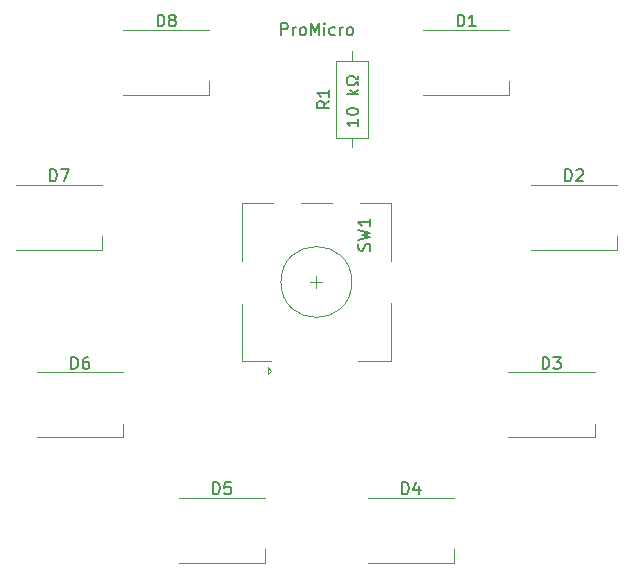
<source format=gbr>
%TF.GenerationSoftware,KiCad,Pcbnew,(5.1.10)-1*%
%TF.CreationDate,2021-11-28T19:12:49+01:00*%
%TF.ProjectId,VolumeKnob,566f6c75-6d65-44b6-9e6f-622e6b696361,rev?*%
%TF.SameCoordinates,Original*%
%TF.FileFunction,Legend,Top*%
%TF.FilePolarity,Positive*%
%FSLAX46Y46*%
G04 Gerber Fmt 4.6, Leading zero omitted, Abs format (unit mm)*
G04 Created by KiCad (PCBNEW (5.1.10)-1) date 2021-11-28 19:12:49*
%MOMM*%
%LPD*%
G01*
G04 APERTURE LIST*
%ADD10C,0.120000*%
%ADD11C,0.150000*%
G04 APERTURE END LIST*
D10*
%TO.C,SW1*%
X101930000Y-94230000D02*
G75*
G03*
X101930000Y-94230000I-3000000J0D01*
G01*
X92630000Y-92430000D02*
X92630000Y-87530000D01*
X105230000Y-87530000D02*
X105230000Y-92430000D01*
X105230000Y-96030000D02*
X105230000Y-100930000D01*
X105230000Y-100930000D02*
X102430000Y-100930000D01*
X92630000Y-96130000D02*
X92630000Y-100930000D01*
X92630000Y-100930000D02*
X95130000Y-100930000D01*
X95130000Y-101730000D02*
X94830000Y-102030000D01*
X94830000Y-102030000D02*
X94830000Y-101430000D01*
X94830000Y-101430000D02*
X95130000Y-101730000D01*
X92630000Y-87530000D02*
X95230000Y-87530000D01*
X97630000Y-87530000D02*
X100230000Y-87530000D01*
X102630000Y-87530000D02*
X105230000Y-87530000D01*
X98430000Y-94230000D02*
X99430000Y-94230000D01*
X98930000Y-94730000D02*
X98930000Y-93730000D01*
%TO.C,D8*%
X82580000Y-72880000D02*
X89880000Y-72880000D01*
X82580000Y-78380000D02*
X89880000Y-78380000D01*
X89880000Y-78380000D02*
X89880000Y-77230000D01*
%TO.C,R1*%
X100560000Y-82020000D02*
X103300000Y-82020000D01*
X103300000Y-82020000D02*
X103300000Y-75480000D01*
X103300000Y-75480000D02*
X100560000Y-75480000D01*
X100560000Y-75480000D02*
X100560000Y-82020000D01*
X101930000Y-82790000D02*
X101930000Y-82020000D01*
X101930000Y-74710000D02*
X101930000Y-75480000D01*
%TO.C,D7*%
X73480000Y-85980000D02*
X80780000Y-85980000D01*
X73480000Y-91480000D02*
X80780000Y-91480000D01*
X80780000Y-91480000D02*
X80780000Y-90330000D01*
%TO.C,D6*%
X75280000Y-101880000D02*
X82580000Y-101880000D01*
X75280000Y-107380000D02*
X82580000Y-107380000D01*
X82580000Y-107380000D02*
X82580000Y-106230000D01*
%TO.C,D5*%
X87280000Y-112480000D02*
X94580000Y-112480000D01*
X87280000Y-117980000D02*
X94580000Y-117980000D01*
X94580000Y-117980000D02*
X94580000Y-116830000D01*
%TO.C,D4*%
X103280000Y-112480000D02*
X110580000Y-112480000D01*
X103280000Y-117980000D02*
X110580000Y-117980000D01*
X110580000Y-117980000D02*
X110580000Y-116830000D01*
%TO.C,D3*%
X115180000Y-101880000D02*
X122480000Y-101880000D01*
X115180000Y-107380000D02*
X122480000Y-107380000D01*
X122480000Y-107380000D02*
X122480000Y-106230000D01*
%TO.C,D2*%
X117080000Y-85980000D02*
X124380000Y-85980000D01*
X117080000Y-91480000D02*
X124380000Y-91480000D01*
X124380000Y-91480000D02*
X124380000Y-90330000D01*
%TO.C,D1*%
X107980000Y-72880000D02*
X115280000Y-72880000D01*
X107980000Y-78380000D02*
X115280000Y-78380000D01*
X115280000Y-78380000D02*
X115280000Y-77230000D01*
%TO.C,SW1*%
D11*
X103434761Y-91563333D02*
X103482380Y-91420476D01*
X103482380Y-91182380D01*
X103434761Y-91087142D01*
X103387142Y-91039523D01*
X103291904Y-90991904D01*
X103196666Y-90991904D01*
X103101428Y-91039523D01*
X103053809Y-91087142D01*
X103006190Y-91182380D01*
X102958571Y-91372857D01*
X102910952Y-91468095D01*
X102863333Y-91515714D01*
X102768095Y-91563333D01*
X102672857Y-91563333D01*
X102577619Y-91515714D01*
X102530000Y-91468095D01*
X102482380Y-91372857D01*
X102482380Y-91134761D01*
X102530000Y-90991904D01*
X102482380Y-90658571D02*
X103482380Y-90420476D01*
X102768095Y-90230000D01*
X103482380Y-90039523D01*
X102482380Y-89801428D01*
X103482380Y-88896666D02*
X103482380Y-89468095D01*
X103482380Y-89182380D02*
X102482380Y-89182380D01*
X102625238Y-89277619D01*
X102720476Y-89372857D01*
X102768095Y-89468095D01*
%TO.C,D8*%
X85491904Y-72582380D02*
X85491904Y-71582380D01*
X85730000Y-71582380D01*
X85872857Y-71630000D01*
X85968095Y-71725238D01*
X86015714Y-71820476D01*
X86063333Y-72010952D01*
X86063333Y-72153809D01*
X86015714Y-72344285D01*
X85968095Y-72439523D01*
X85872857Y-72534761D01*
X85730000Y-72582380D01*
X85491904Y-72582380D01*
X86634761Y-72010952D02*
X86539523Y-71963333D01*
X86491904Y-71915714D01*
X86444285Y-71820476D01*
X86444285Y-71772857D01*
X86491904Y-71677619D01*
X86539523Y-71630000D01*
X86634761Y-71582380D01*
X86825238Y-71582380D01*
X86920476Y-71630000D01*
X86968095Y-71677619D01*
X87015714Y-71772857D01*
X87015714Y-71820476D01*
X86968095Y-71915714D01*
X86920476Y-71963333D01*
X86825238Y-72010952D01*
X86634761Y-72010952D01*
X86539523Y-72058571D01*
X86491904Y-72106190D01*
X86444285Y-72201428D01*
X86444285Y-72391904D01*
X86491904Y-72487142D01*
X86539523Y-72534761D01*
X86634761Y-72582380D01*
X86825238Y-72582380D01*
X86920476Y-72534761D01*
X86968095Y-72487142D01*
X87015714Y-72391904D01*
X87015714Y-72201428D01*
X86968095Y-72106190D01*
X86920476Y-72058571D01*
X86825238Y-72010952D01*
%TO.C,R1*%
X100012380Y-78916666D02*
X99536190Y-79250000D01*
X100012380Y-79488095D02*
X99012380Y-79488095D01*
X99012380Y-79107142D01*
X99060000Y-79011904D01*
X99107619Y-78964285D01*
X99202857Y-78916666D01*
X99345714Y-78916666D01*
X99440952Y-78964285D01*
X99488571Y-79011904D01*
X99536190Y-79107142D01*
X99536190Y-79488095D01*
X100012380Y-77964285D02*
X100012380Y-78535714D01*
X100012380Y-78250000D02*
X99012380Y-78250000D01*
X99155238Y-78345238D01*
X99250476Y-78440476D01*
X99298095Y-78535714D01*
X102482380Y-80468571D02*
X102482380Y-81040000D01*
X102482380Y-80754285D02*
X101482380Y-80754285D01*
X101625238Y-80849523D01*
X101720476Y-80944761D01*
X101768095Y-81040000D01*
X101482380Y-79849523D02*
X101482380Y-79754285D01*
X101530000Y-79659047D01*
X101577619Y-79611428D01*
X101672857Y-79563809D01*
X101863333Y-79516190D01*
X102101428Y-79516190D01*
X102291904Y-79563809D01*
X102387142Y-79611428D01*
X102434761Y-79659047D01*
X102482380Y-79754285D01*
X102482380Y-79849523D01*
X102434761Y-79944761D01*
X102387142Y-79992380D01*
X102291904Y-80040000D01*
X102101428Y-80087619D01*
X101863333Y-80087619D01*
X101672857Y-80040000D01*
X101577619Y-79992380D01*
X101530000Y-79944761D01*
X101482380Y-79849523D01*
X102482380Y-78325714D02*
X101482380Y-78325714D01*
X102101428Y-78230476D02*
X102482380Y-77944761D01*
X101815714Y-77944761D02*
X102196666Y-78325714D01*
X102482380Y-77563809D02*
X102482380Y-77325714D01*
X102291904Y-77325714D01*
X102244285Y-77420952D01*
X102149047Y-77516190D01*
X102006190Y-77563809D01*
X101768095Y-77563809D01*
X101625238Y-77516190D01*
X101530000Y-77420952D01*
X101482380Y-77278095D01*
X101482380Y-77087619D01*
X101530000Y-76944761D01*
X101625238Y-76849523D01*
X101768095Y-76801904D01*
X102006190Y-76801904D01*
X102149047Y-76849523D01*
X102244285Y-76944761D01*
X102291904Y-77040000D01*
X102482380Y-77040000D01*
X102482380Y-76801904D01*
%TO.C,U1*%
X95936190Y-73322380D02*
X95936190Y-72322380D01*
X96317142Y-72322380D01*
X96412380Y-72370000D01*
X96460000Y-72417619D01*
X96507619Y-72512857D01*
X96507619Y-72655714D01*
X96460000Y-72750952D01*
X96412380Y-72798571D01*
X96317142Y-72846190D01*
X95936190Y-72846190D01*
X96936190Y-73322380D02*
X96936190Y-72655714D01*
X96936190Y-72846190D02*
X96983809Y-72750952D01*
X97031428Y-72703333D01*
X97126666Y-72655714D01*
X97221904Y-72655714D01*
X97698095Y-73322380D02*
X97602857Y-73274761D01*
X97555238Y-73227142D01*
X97507619Y-73131904D01*
X97507619Y-72846190D01*
X97555238Y-72750952D01*
X97602857Y-72703333D01*
X97698095Y-72655714D01*
X97840952Y-72655714D01*
X97936190Y-72703333D01*
X97983809Y-72750952D01*
X98031428Y-72846190D01*
X98031428Y-73131904D01*
X97983809Y-73227142D01*
X97936190Y-73274761D01*
X97840952Y-73322380D01*
X97698095Y-73322380D01*
X98460000Y-73322380D02*
X98460000Y-72322380D01*
X98793333Y-73036666D01*
X99126666Y-72322380D01*
X99126666Y-73322380D01*
X99602857Y-73322380D02*
X99602857Y-72655714D01*
X99602857Y-72322380D02*
X99555238Y-72370000D01*
X99602857Y-72417619D01*
X99650476Y-72370000D01*
X99602857Y-72322380D01*
X99602857Y-72417619D01*
X100507619Y-73274761D02*
X100412380Y-73322380D01*
X100221904Y-73322380D01*
X100126666Y-73274761D01*
X100079047Y-73227142D01*
X100031428Y-73131904D01*
X100031428Y-72846190D01*
X100079047Y-72750952D01*
X100126666Y-72703333D01*
X100221904Y-72655714D01*
X100412380Y-72655714D01*
X100507619Y-72703333D01*
X100936190Y-73322380D02*
X100936190Y-72655714D01*
X100936190Y-72846190D02*
X100983809Y-72750952D01*
X101031428Y-72703333D01*
X101126666Y-72655714D01*
X101221904Y-72655714D01*
X101698095Y-73322380D02*
X101602857Y-73274761D01*
X101555238Y-73227142D01*
X101507619Y-73131904D01*
X101507619Y-72846190D01*
X101555238Y-72750952D01*
X101602857Y-72703333D01*
X101698095Y-72655714D01*
X101840952Y-72655714D01*
X101936190Y-72703333D01*
X101983809Y-72750952D01*
X102031428Y-72846190D01*
X102031428Y-73131904D01*
X101983809Y-73227142D01*
X101936190Y-73274761D01*
X101840952Y-73322380D01*
X101698095Y-73322380D01*
%TO.C,D7*%
X76391904Y-85682380D02*
X76391904Y-84682380D01*
X76630000Y-84682380D01*
X76772857Y-84730000D01*
X76868095Y-84825238D01*
X76915714Y-84920476D01*
X76963333Y-85110952D01*
X76963333Y-85253809D01*
X76915714Y-85444285D01*
X76868095Y-85539523D01*
X76772857Y-85634761D01*
X76630000Y-85682380D01*
X76391904Y-85682380D01*
X77296666Y-84682380D02*
X77963333Y-84682380D01*
X77534761Y-85682380D01*
%TO.C,D6*%
X78191904Y-101582380D02*
X78191904Y-100582380D01*
X78430000Y-100582380D01*
X78572857Y-100630000D01*
X78668095Y-100725238D01*
X78715714Y-100820476D01*
X78763333Y-101010952D01*
X78763333Y-101153809D01*
X78715714Y-101344285D01*
X78668095Y-101439523D01*
X78572857Y-101534761D01*
X78430000Y-101582380D01*
X78191904Y-101582380D01*
X79620476Y-100582380D02*
X79430000Y-100582380D01*
X79334761Y-100630000D01*
X79287142Y-100677619D01*
X79191904Y-100820476D01*
X79144285Y-101010952D01*
X79144285Y-101391904D01*
X79191904Y-101487142D01*
X79239523Y-101534761D01*
X79334761Y-101582380D01*
X79525238Y-101582380D01*
X79620476Y-101534761D01*
X79668095Y-101487142D01*
X79715714Y-101391904D01*
X79715714Y-101153809D01*
X79668095Y-101058571D01*
X79620476Y-101010952D01*
X79525238Y-100963333D01*
X79334761Y-100963333D01*
X79239523Y-101010952D01*
X79191904Y-101058571D01*
X79144285Y-101153809D01*
%TO.C,D5*%
X90191904Y-112182380D02*
X90191904Y-111182380D01*
X90430000Y-111182380D01*
X90572857Y-111230000D01*
X90668095Y-111325238D01*
X90715714Y-111420476D01*
X90763333Y-111610952D01*
X90763333Y-111753809D01*
X90715714Y-111944285D01*
X90668095Y-112039523D01*
X90572857Y-112134761D01*
X90430000Y-112182380D01*
X90191904Y-112182380D01*
X91668095Y-111182380D02*
X91191904Y-111182380D01*
X91144285Y-111658571D01*
X91191904Y-111610952D01*
X91287142Y-111563333D01*
X91525238Y-111563333D01*
X91620476Y-111610952D01*
X91668095Y-111658571D01*
X91715714Y-111753809D01*
X91715714Y-111991904D01*
X91668095Y-112087142D01*
X91620476Y-112134761D01*
X91525238Y-112182380D01*
X91287142Y-112182380D01*
X91191904Y-112134761D01*
X91144285Y-112087142D01*
%TO.C,D4*%
X106191904Y-112182380D02*
X106191904Y-111182380D01*
X106430000Y-111182380D01*
X106572857Y-111230000D01*
X106668095Y-111325238D01*
X106715714Y-111420476D01*
X106763333Y-111610952D01*
X106763333Y-111753809D01*
X106715714Y-111944285D01*
X106668095Y-112039523D01*
X106572857Y-112134761D01*
X106430000Y-112182380D01*
X106191904Y-112182380D01*
X107620476Y-111515714D02*
X107620476Y-112182380D01*
X107382380Y-111134761D02*
X107144285Y-111849047D01*
X107763333Y-111849047D01*
%TO.C,D3*%
X118091904Y-101582380D02*
X118091904Y-100582380D01*
X118330000Y-100582380D01*
X118472857Y-100630000D01*
X118568095Y-100725238D01*
X118615714Y-100820476D01*
X118663333Y-101010952D01*
X118663333Y-101153809D01*
X118615714Y-101344285D01*
X118568095Y-101439523D01*
X118472857Y-101534761D01*
X118330000Y-101582380D01*
X118091904Y-101582380D01*
X118996666Y-100582380D02*
X119615714Y-100582380D01*
X119282380Y-100963333D01*
X119425238Y-100963333D01*
X119520476Y-101010952D01*
X119568095Y-101058571D01*
X119615714Y-101153809D01*
X119615714Y-101391904D01*
X119568095Y-101487142D01*
X119520476Y-101534761D01*
X119425238Y-101582380D01*
X119139523Y-101582380D01*
X119044285Y-101534761D01*
X118996666Y-101487142D01*
%TO.C,D2*%
X119991904Y-85682380D02*
X119991904Y-84682380D01*
X120230000Y-84682380D01*
X120372857Y-84730000D01*
X120468095Y-84825238D01*
X120515714Y-84920476D01*
X120563333Y-85110952D01*
X120563333Y-85253809D01*
X120515714Y-85444285D01*
X120468095Y-85539523D01*
X120372857Y-85634761D01*
X120230000Y-85682380D01*
X119991904Y-85682380D01*
X120944285Y-84777619D02*
X120991904Y-84730000D01*
X121087142Y-84682380D01*
X121325238Y-84682380D01*
X121420476Y-84730000D01*
X121468095Y-84777619D01*
X121515714Y-84872857D01*
X121515714Y-84968095D01*
X121468095Y-85110952D01*
X120896666Y-85682380D01*
X121515714Y-85682380D01*
%TO.C,D1*%
X110891904Y-72582380D02*
X110891904Y-71582380D01*
X111130000Y-71582380D01*
X111272857Y-71630000D01*
X111368095Y-71725238D01*
X111415714Y-71820476D01*
X111463333Y-72010952D01*
X111463333Y-72153809D01*
X111415714Y-72344285D01*
X111368095Y-72439523D01*
X111272857Y-72534761D01*
X111130000Y-72582380D01*
X110891904Y-72582380D01*
X112415714Y-72582380D02*
X111844285Y-72582380D01*
X112130000Y-72582380D02*
X112130000Y-71582380D01*
X112034761Y-71725238D01*
X111939523Y-71820476D01*
X111844285Y-71868095D01*
%TD*%
M02*

</source>
